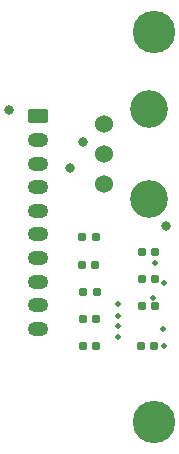
<source format=gbr>
%TF.GenerationSoftware,KiCad,Pcbnew,(6.0.1)*%
%TF.CreationDate,2022-07-02T18:08:30-07:00*%
%TF.ProjectId,mu100-dit,6d753130-302d-4646-9974-2e6b69636164,rev?*%
%TF.SameCoordinates,Original*%
%TF.FileFunction,Soldermask,Bot*%
%TF.FilePolarity,Negative*%
%FSLAX46Y46*%
G04 Gerber Fmt 4.6, Leading zero omitted, Abs format (unit mm)*
G04 Created by KiCad (PCBNEW (6.0.1)) date 2022-07-02 18:08:30*
%MOMM*%
%LPD*%
G01*
G04 APERTURE LIST*
G04 Aperture macros list*
%AMRoundRect*
0 Rectangle with rounded corners*
0 $1 Rounding radius*
0 $2 $3 $4 $5 $6 $7 $8 $9 X,Y pos of 4 corners*
0 Add a 4 corners polygon primitive as box body*
4,1,4,$2,$3,$4,$5,$6,$7,$8,$9,$2,$3,0*
0 Add four circle primitives for the rounded corners*
1,1,$1+$1,$2,$3*
1,1,$1+$1,$4,$5*
1,1,$1+$1,$6,$7*
1,1,$1+$1,$8,$9*
0 Add four rect primitives between the rounded corners*
20,1,$1+$1,$2,$3,$4,$5,0*
20,1,$1+$1,$4,$5,$6,$7,0*
20,1,$1+$1,$6,$7,$8,$9,0*
20,1,$1+$1,$8,$9,$2,$3,0*%
G04 Aperture macros list end*
%ADD10RoundRect,0.250000X-0.625000X0.350000X-0.625000X-0.350000X0.625000X-0.350000X0.625000X0.350000X0*%
%ADD11O,1.750000X1.200000*%
%ADD12C,3.600000*%
%ADD13C,3.200000*%
%ADD14C,1.524000*%
%ADD15RoundRect,0.155000X-0.212500X-0.155000X0.212500X-0.155000X0.212500X0.155000X-0.212500X0.155000X0*%
%ADD16C,0.800000*%
%ADD17C,0.500000*%
G04 APERTURE END LIST*
D10*
%TO.C,J1*%
X46950000Y-96620000D03*
D11*
X46950000Y-98620000D03*
X46950000Y-100620000D03*
X46950000Y-102620000D03*
X46950000Y-104620000D03*
X46950000Y-106620000D03*
X46950000Y-108620000D03*
X46950000Y-110620000D03*
X46950000Y-112620000D03*
X46950000Y-114620000D03*
%TD*%
D12*
%TO.C,REF\u002A\u002A*%
X56770000Y-89500000D03*
%TD*%
D13*
%TO.C,U1*%
X56350000Y-96040000D03*
X56350000Y-103660000D03*
D14*
X52540000Y-97310000D03*
X52540000Y-99850000D03*
X52540000Y-102390000D03*
%TD*%
D12*
%TO.C,REF\u002A\u002A*%
X56770000Y-122500000D03*
%TD*%
D15*
%TO.C,JP3*%
X50792500Y-111480000D03*
X51927500Y-111480000D03*
%TD*%
%TO.C,JP9*%
X50762500Y-116070000D03*
X51897500Y-116070000D03*
%TD*%
%TO.C,JP2*%
X50682500Y-109185000D03*
X51817500Y-109185000D03*
%TD*%
%TO.C,JP7*%
X55732500Y-108105000D03*
X56867500Y-108105000D03*
%TD*%
%TO.C,JP1*%
X50712500Y-106860000D03*
X51847500Y-106860000D03*
%TD*%
%TO.C,JP6*%
X55732500Y-110400000D03*
X56867500Y-110400000D03*
%TD*%
%TO.C,JP8*%
X55682500Y-116070000D03*
X56817500Y-116070000D03*
%TD*%
%TO.C,JP5*%
X55732500Y-112695000D03*
X56867500Y-112695000D03*
%TD*%
%TO.C,JP4*%
X50762500Y-113775000D03*
X51897500Y-113775000D03*
%TD*%
D16*
X44500000Y-96100000D03*
X57800000Y-105950000D03*
X49700000Y-100961532D03*
X50725000Y-98800000D03*
D17*
X53759989Y-112538411D03*
X53741990Y-113548813D03*
X53730000Y-114420000D03*
X53740000Y-115320000D03*
X56680000Y-111970000D03*
X57660000Y-110760000D03*
X56860000Y-109080000D03*
X57600000Y-116070000D03*
X57540000Y-114650000D03*
M02*

</source>
